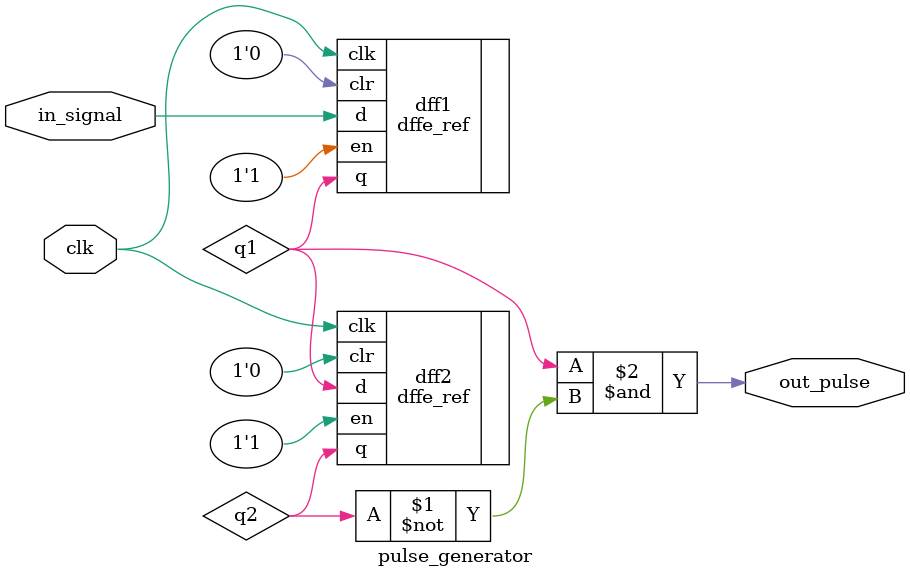
<source format=v>
/**
 * READ THIS DESCRIPTION!
 *
 * This is your processor module that will contain the bulk of your code submission. You are to implement
 * a 5-stage pipelined processor in this module, accounting for hazards and implementing bypasses as
 * necessary.
 *
 * Ultimately, your processor will be tested by a master skeleton, so the
 * testbench can see which controls signal you active when. Therefore, there needs to be a way to
 * "inject" imem, dmem, and regfile interfaces from some external controller module. The skeleton
 * file, Wrapper.v, acts as a small wrapper around your processor for this purpose. Refer to Wrapper.v
 * for more details.
 *
 * As a result, this module will NOT contain the RegFile nor the memory modules. Study the inputs 
 * very carefully - the RegFile-related I/Os are merely signals to be sent to the RegFile instantiated
 * in your Wrapper module. This is the same for your memory elements. 
 *
 *
 */
 // Bypass (overwrite latches) XM/MW -> ALU_A (ALU, addi, lw), XM/MW -> ALU_B (ALU_A + jr), MW -> MEM (sw)
 // Sometimes add nop to avoid hazards. Special case for $r0
module processor(
    // Control signals
    clock,                          // I: The master clock
    reset,                          // I: A reset signal

    // Imem
    address_imem,                   // O: The address of the data to get from imem
    q_imem,                         // I: The data from imem (instruction)

    // Dmem
    address_dmem,                   // O: The address of the data to get or put from/to dmem
    data,                           // O: The data to write to dmem (data)
    wren,                           // O: Write enable for dmem (data)
    q_dmem,                         // I: The data from dmem (data)

    // Regfile
    ctrl_writeEnable,               // O: Write enable for RegFile
    ctrl_writeReg,                  // O: Register to write to in RegFile
    ctrl_readRegA,                  // O: Register to read from port A of RegFile
    ctrl_readRegB,                  // O: Register to read from port B of RegFile
    data_writeReg,                  // O: Data to write to for RegFile
    data_readRegA,                  // I: Data from port A of RegFile
    data_readRegB                   // I: Data from port B of RegFile
	);

	// Control signals
	input clock, reset;
	
	// Imem
    output [31:0] address_imem;
	input [31:0] q_imem;

	// Dmem
	output [31:0] address_dmem, data;
	output wren;
	input [31:0] q_dmem;

	// Regfile
	output ctrl_writeEnable;
	output [4:0] ctrl_writeReg, ctrl_readRegA, ctrl_readRegB;
	output [31:0] data_writeReg;
	input [31:0] data_readRegA, data_readRegB;

	/* YOUR CODE STARTS HERE */
    wire [31:0] new_instruction, D_PC, X_PC, M_PC, W_PC, D_instr, X_instr_in, X_instr_out, M_instr, W_instr, D_A, D_B, X_A, X_B, M_D, W_D, W_out, ALU_out, multdiv_out, X_out, X_save, M_save;
    // Latch holds: A, B, instruction
    // ------ latches ------ //
    // PC latch 
    wire [31:0] PC, PC_init, next_instr, increment, set_PC, active_PC;
    wire w1;
    assign PC_init = 32'd0;
    assign increment = conditional_branch ? conditional_increment : 32'd0;  // Allow for relative branching
    assign active_PC = conditional_branch ? X_PC : address_imem;
    carry_look_ahead_adder PCadder(.num1(active_PC), .num2(increment), .sum(next_instr), .carry_in(1'b1), .carry_out(w1));
    assign set_PC = jumping ? jump_destination : next_instr;
    register PC_reg(.clk(~clock), .d(set_PC), .q(PC), .en(~stall), .clr(reset)); 
    // PC latch
    register FD_PC(.clk(~clock), .d(PC), .q(D_PC), .en(~stall), .clr(reset | flush));
    register DX_PC(.clk(~clock), .d(D_PC), .q(X_PC), .en(~stall), .clr(reset));
    register XM_PC(.clk(~clock), .d(X_PC), .q(M_PC), .en(~stall), .clr(reset)); 
    register MW_PC(.clk(~clock), .d(M_PC), .q(W_PC), .en(~stall), .clr(reset));
    // Instruction latch
    register FD_instr(.clk(~clock), .d(q_imem), .q(D_instr), .en(~stall), .clr(reset | flush));
    register DX_instr(.clk(~clock), .d(D_instr), .q(X_instr_in), .en(~stall), .clr(reset));
    register XM_instr(.clk(~clock), .d(X_instr_out), .q(M_instr), .en(~stall), .clr(reset));
    register MW_instr(.clk(~clock), .d(M_instr), .q(W_instr), .en(~stall), .clr(reset));

    // Data latch
    register DX_RS(.clk(~clock), .d(D_A), .q(X_A), .en(~stall), .clr(reset));
    register DX_RT(.clk(~clock), .d(D_B), .q(X_B), .en(~stall), .clr(reset));
    register DX_save(.clk(~clock), .d(data_readRegB), .q(X_save), .en(~stall), .clr(reset));
    register XM_data(.clk(~clock), .d(X_out), .q(M_D), .en(~stall), .clr(reset));
    register XM_save(.clk(~clock), .d(X_save), .q(M_save), .en(~stall), .clr(reset));
    register MW_Res(.clk(~clock), .d(W_D), .q(W_out), .en(~stall), .clr(reset));
    // ------ fetch ------ //
    assign address_imem = reset ? PC_init : PC;
    assign new_instruction = q_imem;
    // ------ decode ------ //
    // R type: Opcode [31:27], Dest [26:22], A [21:17], B [16:12], shiftamt [11:7], ALUop [6:2], Zeros [1:0]
    // I type: Opcode [31:27], Dest [26:22], A [21:17], Immediate [16:0]
    // J1 type: Opcode [31:27], Target [26:0]
    // J2 type: Opcode [31:27], RD [26:22]
    wire [31:0] immediate_D;
    wire R_typeD;
    wire [4:0] RD, RS, RT, RStatus, R0;
    wire isAddD, isAddiD, isSubD, isAndD, IsOrD, isSllD, isSraD, isMulD, isDivD, isSwD, isLwD, isJD, isBneD, isJalD, isJrD, isBltD, isBexD, isSetxD;
    get_type get_typeD(.opcode(D_instr[31:27]), .isR(R_typeD));
    get_instr get_instrD(.opcode(D_instr[31:27]), .ALU_opcode(D_instr[6:2]), .isAdd(isAddD), .isAddi(isAddiD), .isSub(isSubD), .isAnd(isAndD), .IsOr(IsOrD), .isSll(isSllD), .isSra(isSraD), .isMul(isMulD), .isDiv(isDivD), .isSw(isSwD), .isLw(isLwD), .isJ(isJD), .isBne(isBneD), .isJal(isJalD), .isJr(isJrD), .isBlt(isBltD), .isBex(isBexD), .isSetx(isSetxD));
    assign immediate_D = {{15{D_instr[16]}}, D_instr[16:0]};
    assign RD = D_instr[26:22];
    assign RS = D_instr[21:17];
    assign RT = D_instr[16:12];
    assign RStatus = 5'b11110;
    assign R0 = 5'b00000;
    assign ctrl_readRegA = (isBneD | isBltD | isJrD) ? RD : RS;                                                              // O: Register to read from port A of RegFile
    assign ctrl_readRegB = R_typeD ? RT : ((isBneD | isBltD) ? RS : (isSwD ? RD : RStatus));               // O: Register to read from port B of RegFile
    assign D_A = isJalD ? 32'd1 : (isBexD ? 32'b0 : data_readRegA);                         // I: Data from port A of RegFile
    assign D_B = (isAddiD | isSwD | isLwD) ? immediate_D : (isJalD ? D_PC : data_readRegB); // I: Data from port B of RegFile
    // A: R type -> RS, Addi -> RS, 
    // B: R type -> RT, BNE/BLT -> RD
    // ------ execute ------ //
    // add  00000 (00000)  R add $rd, $rs, $rt    $rd = $rs + $rt
    // addi 00101          I addi $rd, $rs, N     $rd = $rs + N
    // sub  00000 (00001)  R sub $rd, $rs, $rt    $rd = $rs - $rt
    // and  00000 (00010)  R and $rd, $rs, $rt    $rd = $rs AND $rt
    // or   00000 (00011)  R or $rd, $rs, $rt     $rd = $rs OR $rt
    // sll  00000 (00100)  R sll $rd, $rs, shamt  $rd = $rs << shamt
    // sra  00000 (00101)  R sra $rd, $rs, shamt  $rd = $rs / 2^shamt
    wire isLessThan, isNotEqual, overflow, I_type, R_type, J1_type, J2_type;  // Used for branch instructions and overflow detection
    wire isAddX, isAddiX, isSubX, isAndX, IsOrX, isSllX, isSraX, isMulX, isDivX, isSwX, isLwX, isJX, isBneX, isJalX, isJrX, isBltX, isBexX, isSetxX;
    wire [31:0] target_J1, immediate_I;
    get_instr get_instrX(.opcode(X_instr_in[31:27]), .ALU_opcode(X_instr_in[6:2]), .isAdd(isAddX), .isAddi(isAddiX), .isSub(isSubX), .isAnd(isAndX), .IsOr(IsOrX), .isSll(isSllX), .isSra(isSraX), .isMul(isMulX), .isDiv(isDivX), .isSw(isSwX), .isLw(isLwX), .isJ(isJX), .isBne(isBneX), .isJal(isJalX), .isJr(isJrX), .isBlt(isBltX), .isBex(isBexX), .isSetx(isSetxX));
    get_type get_typeX(.opcode(X_instr_in[31:27]), .isI(I_type), .isR(R_type), .isJ1(J1_type), .isJ2(J2_type));
    assign immediate_I = {{15{X_instr_in[16]}}, X_instr_in[16:0]};
    assign target_J1 = {{5'b0}, X_instr_in[26:0]};

    wire [31:0] ALU_A, ALU_B;
    wire [4:0] ALU_opcode;
    assign ALU_A = X_A;  
    assign ALU_B = X_B; 
    assign ALU_opcode = R_type ? X_instr_in[6:2] : 5'b0;
    alu ALU(.data_operandA(ALU_A), .data_operandB(ALU_B), .ctrl_ALUopcode(ALU_opcode), .ctrl_shiftamt(X_instr_in[11:7]), .data_result(ALU_out), .isNotEqual(isNotEqual), .isLessThan(isLessThan), .overflow(overflow));

    // multdiv
    // mul  00000 (00110)  R mul $rd, W_$rs, $rt    $rd = $rs * $rt (32b X 32b);
    // div  00000 (00111)  R div $rd, $rs, $rt    $rd = $rs / $rt (32b ÷ 32b);
    wire multdiv_exception, mult, div, is_multdiv, multdiv_RDY, stall;
    wire [31:0] m_A, m_B;
    pulse_generator mult_pulse(.clk(clock), .in_signal(isMulX), .out_pulse(mult));
    pulse_generator div_pulse(.clk(clock), .in_signal(isDivX), .out_pulse(div));
    assign is_multdiv = isMulX | isDivX;
    multdiv multdivUnit(.data_operandA(X_A), .data_operandB(X_B), .ctrl_MULT(mult), .ctrl_DIV(div), .data_result(multdiv_out), .data_exception(multdiv_exception), .data_resultRDY(multdiv_RDY), .clock(clock));
    assign stall = isDivX & !multdiv_RDY & !multdiv_exception; 

    wire [31:0] X_out_math, X_out_branch, X_out_exception, X_instr_branch, X_instr_exception;
    assign X_out_math = is_multdiv ? multdiv_out : ALU_out;

    // Branching! - flush to previous, TODO: bex
    wire flush, conditional_branch, jump_to_target, jump_to_register, jumping;
    wire [31:0] conditional_increment, jump_target_destination, jump_register_destination, jump_destination, jal_instr;

    assign flush = conditional_branch | jump_to_target | jump_to_register;
    assign jumping = jump_to_target | jump_to_register;
    assign jump_destination = jump_to_target ? jump_target_destination : jump_register_destination;
    // bne  00010          I bne $rd, $rs,        N if($rd != $rs) PC = PC+1+N
    // blt  00110          I blt $rd, $rs,        N if($rd < $rs) PC=PC+1+N
    assign conditional_branch = (isBneX && isNotEqual) | (isBltX && isLessThan);
    assign conditional_increment = immediate_I;

    // j    00001          J1 j N                 PC = N
    // jal  00011          J1 jal N               $r31 = PC+1; PC=N 
    assign jump_to_target = isJX | isJalX | (isBexX && isNotEqual);
    assign jump_target_destination = target_J1;
    // Write current PC to $r31
    assign jal_instr = {5'b0, 5'b11111, 22'd0};  // TODO: check if this is correnct, also set X_out to PC+1
    assign X_instr_branch = isJalX ? jal_instr : X_instr_in;

    // jr   00100          J2 jr $rd              PC = $rd
    assign jump_to_register = isJrX;
    assign jump_register_destination = X_A; 


    // Exception! - replace with write error to $r30 (error ALU and Multdiv)
    wire exception;
    wire [31:0] exception_instruction, exception_data;  // exception_instruction should be something with writeback (R type-add), set RD to 30, set X_out
    assign exception = (multdiv_exception && is_multdiv) | (overflow && (X_instr_in[31:27] == 5'b0 | isAddiX));    // FIXME
    // setX instruction addi $r30, 0, 0
    assign exception_instruction = {5'b0, 5'b11110, 22'd0};  // TODO: check if this is correnct, also set X_out to error_code
    assign X_instr_exception = (isSetxX | exception) ? exception_instruction : X_instr_branch;
    // add overflow = 1, addi overflow = 2, sub overflow = 3, mult overflow = 4, div exception = 5
    assign X_out_exception = exception ? (isAddX ? 32'd1 : (isAddiX ? 32'd2 : (isSubX ? 32'd3 : (isMulX ? 32'd4 : 32'd5)))) : target_J1;

    // final output details (setx 10101, rstatus = target)
    wire [31:0] setx_instr;
    assign setx_instr = {5'b0, 5'b11110, 22'd0};
    // assign X_out = (X_instr_in[31:27] == 5'b10101) ? target_J1 : X_out_exception;
    // assign X_instr_out = (X_instr_in[31:27] == 5'b10101) ? setx_instr : X_instr_exception;
    //FIXME
    assign X_out = (exception | isSetxX) ? X_out_exception : X_out_math;
    assign X_instr_out = X_instr_exception;
    // ------ memory ------ //
    // sw OPCODE=00111 TYPE=I USAGE="sw $rd, N($rs)" RESULT="MEM[$rs + N] = $rd" 
    // lw OPCODE=01000 TYPE=I USAGE="lw $rd, N($rs)" RESULT="$rd = MEM[$rs + N]"
    wire isSW, isLW;
    assign isSW = (M_instr[31:27] == 5'b00111);
    assign isLW = (M_instr[31:27] == 5'b01000);
    assign address_dmem = M_D;             // O: The address of the data to get or put from/to dmem
    assign data = M_save;                        // O: The data to write to dmem (data) -> RD
    assign wren = isSW;                    // O: Write enable for dmem (data)
    assign W_D = isLW ? q_dmem : M_D;      // I: The data from dmem (data)
    // ------ writeback ------ // 
    // WriteEnable = add + addi + lw
    wire [4:0] opcode_W;
    assign opcode_W = W_instr[31:27];
    assign ctrl_writeEnable = (opcode_W == 5'b0) | (opcode_W == 5'b00101) | (opcode_W == 5'b01000); // O: Write enable for RegFile
    assign ctrl_writeReg = W_instr[26:22];    // O: Register to write to in RegFile
    assign data_writeReg = W_out;             // O: Data to write to for RegFile
endmodule

module get_type(opcode, isI, isR, isJ1, isJ2);  // TODO: check if this work
    input [4:0] opcode;
    output isI;
    output isR;
    output isJ1;
    output isJ2;
    assign isI = (opcode == 5'b00101) | (opcode == 5'b00111) | (opcode == 5'b01000) | (opcode == 5'b00010) | (opcode == 5'b00110);
    assign isR = (opcode == 5'b00000);
    assign isJ1 = (opcode == 5'b00001) | (opcode == 5'b00011) | (opcode == 5'b10110) | (opcode == 5'b10101);
    assign isJ2 = (opcode == 5'b00100);
endmodule

module get_instr(opcode, ALU_opcode, isAdd, isAddi, isSub, isAnd, IsOr, isSll, isSra, isMul, isDiv, isSw, isLw,  isJ, isBne, isJal, isJr, isBlt, isBex, isSetx);
    input [4:0] opcode, ALU_opcode;
    output isAdd;
    output isAddi;
    output isSub;
    output isAnd;
    output IsOr;
    output isSll;
    output isSra;
    output isMul;
    output isDiv;
    output isBne;
    output isBlt;
    output isJ;
    output isJal;
    output isJr;
    output isSw;
    output isLw;
    output isSetx;
    output isBex;
    assign isAdd = (opcode == 5'b0) & (ALU_opcode == 5'b00000);
    assign isAddi = (opcode == 5'b00101);
    assign isSub = (opcode == 5'b0) & (ALU_opcode == 5'b00001);
    assign isAnd = (opcode == 5'b0) & (ALU_opcode == 5'b00010);
    assign IsOr = (opcode == 5'b0) & (ALU_opcode == 5'b00011);
    assign isSll = (opcode == 5'b0) & (ALU_opcode == 5'b00100);
    assign isSra = (opcode == 5'b0) & (ALU_opcode == 5'b00101);
    assign isMul = (opcode == 5'b0) & (ALU_opcode == 5'b00110);
    assign isDiv = (opcode == 5'b0) & (ALU_opcode == 5'b00111);
    assign isBne = (opcode == 5'b00010);
    assign isBlt = (opcode == 5'b00110);
    assign isJ = (opcode == 5'b00001);
    assign isJal = (opcode == 5'b00011);
    assign isJr = (opcode == 5'b00100);
    assign isSw = (opcode == 5'b00111);
    assign isLw = (opcode == 5'b01000);
    assign isSetx = (opcode == 5'b10101);
    assign isBex = (opcode == 5'b10110);
endmodule


module pulse_generator (
    input wire clk,       // Clock input
    input wire in_signal, // Input signal
    output wire out_pulse // Output pulse
);
    wire q1, q2;
    dffe_ref dff1 (
        .clk(clk),
        .d(in_signal),
        .q(q1),
        .en(1'b1),
        .clr(1'b0)
    );
    
    // Instantiating the second D Flip-Flop (delays the signal by one clock cycle)
    dffe_ref dff2 (
        .clk(clk),
        .d(q1),
        .q(q2),
        .en(1'b1),
        .clr(1'b0)
    );
    
    // AND gate to generate the pulse
    assign out_pulse = q1 & ~q2;

endmodule

</source>
